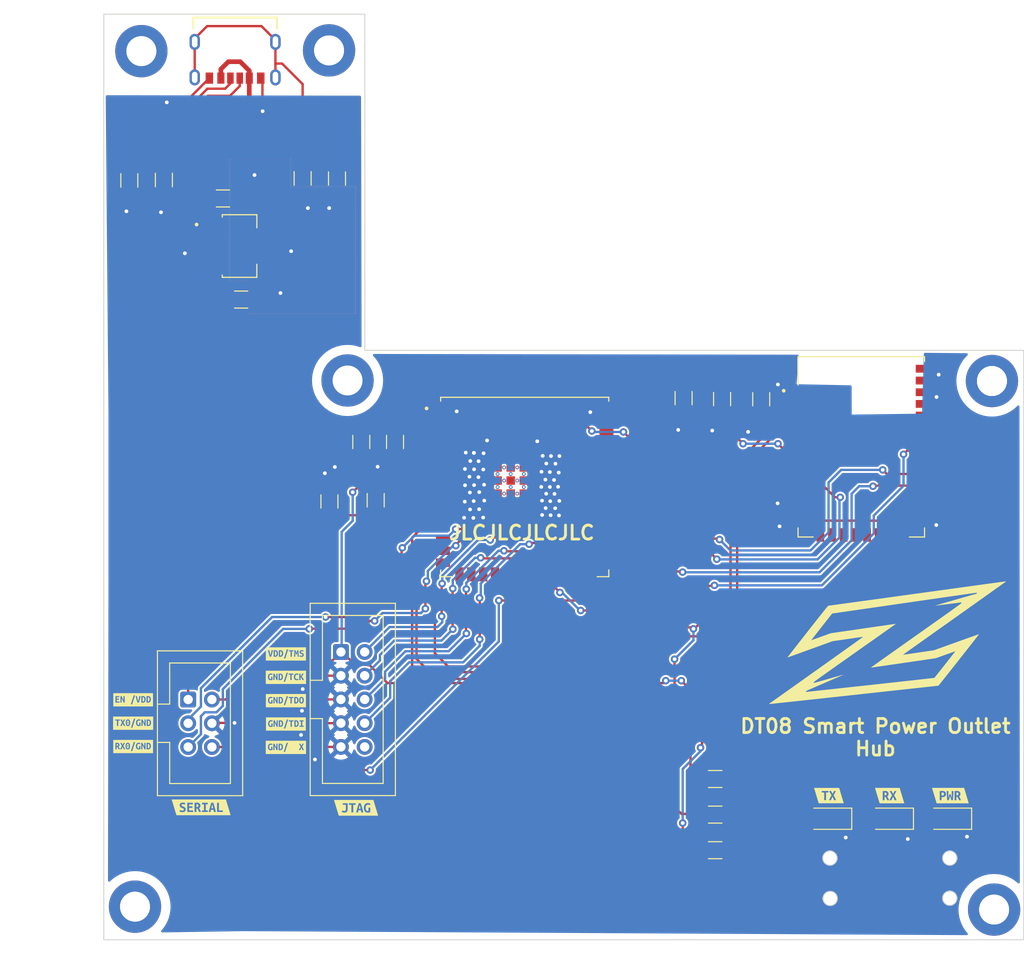
<source format=kicad_pcb>
(kicad_pcb (version 20221018) (generator pcbnew)
  (layers (0 "F.Cu" signal) (31 "B.Cu" signal) (34 "B.Paste" user) (35 "F.Paste" user) (36 "B.SilkS" user "B.Silkscreen") (37 "F.SilkS" user "F.Silkscreen") (38 "B.Mask" user) (39 "F.Mask" user) (44 "Edge.Cuts" user))
  (net 0 "")
  (net 1 "en")
  (net 2 "GND")
  (net 3 "tx0")
  (net 4 "rx0")
  (net 5 "IO0")
  (net 6 "tms")
  (net 7 "tck")
  (net 8 "tdo")
  (net 9 "tdi")
  (net 10 "Net-(D1-A)")
  (net 11 "xbee_tx")
  (net 12 "xbee_rx")
  (net 15 "xbee_rst")
  (net 16 "xbee_rts")
  (net 21 "xbee_cts")
  (net 25 "xbee_dtr")
  (net 26 "xbee_on")
  (net 29 "/5V")
  (net 30 "/CC1")
  (net 31 "/CC2")
  (net 32 "/SHIELD")
  (net 33 "VDD")
  (net 34 "Net-(D2-A)")
  (net 35 "Net-(D3-A)")
  (footprint "Resistor_SMD:R_1206_3216Metric_Pad1.30x1.75mm_HandSolder" (layer "F.Cu") (at 97.24 55.84 -90)
    (fp_text reference "R4" hide)
    (fp_text value "5.1K")
  )
  (footprint "kibuzzard-6423A4AE" (layer "F.Cu") (at 110.3 116.57)
    (fp_text reference "kibuzzard-6423A4AE" hide)
    (fp_text value "G***" hide)
  )
  (footprint "kibuzzard-64223022" (layer "F.Cu") (at 93.95 111.48)
    (fp_text reference "kibuzzard-64223022" hide)
    (fp_text value "G***" hide)
  )
  (footprint "zlogo" (layer "F.Cu") (at 174.665 105.35)
    (fp_text reference "G***" hide)
    (fp_text value "LOGO" hide)
  )
  (footprint "Capacitor_SMD:C_1206_3216Metric_Pad1.33x1.80mm_HandSolder" (layer "F.Cu") (at 103.5625 57.82)
    (fp_text reference "C2" hide)
    (fp_text value "4.7uF")
  )
  (footprint "" (layer "F.Cu") (at 185.87 77.36)
    (fp_text reference "")
    (fp_text value "")
  )
  (footprint "Resistor_SMD:R_1206_3216Metric_Pad1.30x1.75mm_HandSolder" (layer "F.Cu") (at 119.91 90.12 -90)
    (fp_text reference "R2" hide)
    (fp_text value "10k")
  )
  (footprint "kibuzzard-64223004" (layer "F.Cu") (at 93.95 113.98)
    (fp_text reference "kibuzzard-64223004" hide)
    (fp_text value "G***" hide)
  )
  (footprint "SnapEDA Library:GCT_USB4125-GF-A-0190_REVA2" (layer "F.Cu") (at 104.86 41.86 180)
    (fp_text reference "J1" hide)
    (fp_text value "USB4125-GF-A-0190_REVA2")
  )
  (footprint "" (layer "F.Cu") (at 186.1 133.93)
    (fp_text reference "" hide)
    (fp_text value "")
  )
  (footprint "Resistor_SMD:R_1206_3216Metric_Pad1.30x1.75mm_HandSolder" (layer "F.Cu") (at 156.25 119.955)
    (fp_text reference "R9" hide)
    (fp_text value "60")
  )
  (footprint "kibuzzard-6423A4C5" (layer "F.Cu") (at 110.3 109.07)
    (fp_text reference "kibuzzard-6423A4C5" hide)
    (fp_text value "G***" hide)
  )
  (footprint "" (layer "F.Cu") (at 94.83 42.05)
    (fp_text reference "" hide)
    (fp_text value "")
  )
  (footprint "MountingHole:MountingHole_3.2mm_M3_DIN965_Pad_TopBottom" (layer "F.Cu") (at 94.83 42.05)
    (fp_text reference "REF**" hide)
    (fp_text value "MountingHole_3.2mm_M3_DIN965_Pad_TopBottom" hide)
  )
  (footprint "Resistor_SMD:R_1206_3216Metric_Pad1.30x1.75mm_HandSolder" (layer "F.Cu") (at 112.09 55.665 -90)
    (fp_text reference "R1" hide)
    (fp_text value "1M")
  )
  (footprint "MountingHole:MountingHole_3.2mm_M3_DIN965_Pad_TopBottom" (layer "F.Cu") (at 94.15 133.62)
    (fp_text reference "REF**" hide)
    (fp_text value "MountingHole_3.2mm_M3_DIN965_Pad_TopBottom" hide)
  )
  (footprint "MountingHole:MountingHole_3.2mm_M3_DIN965_Pad_TopBottom" (layer "F.Cu") (at 186.1 133.93)
    (fp_text reference "REF**" hide)
    (fp_text value "MountingHole_3.2mm_M3_DIN965_Pad_TopBottom" hide)
  )
  (footprint "" (layer "F.Cu") (at 114.92 41.97)
    (fp_text reference "" hide)
    (fp_text value "")
  )
  (footprint "kibuzzard-6423A5A6" (layer "F.Cu") (at 174.92 121.73)
    (fp_text reference "kibuzzard-6423A5A6" hide)
    (fp_text value "G***" hide)
  )
  (footprint "Resistor_SMD:R_1206_3216Metric_Pad1.30x1.75mm_HandSolder" (layer "F.Cu") (at 93.54 55.89 -90)
    (fp_text reference "R3" hide)
    (fp_text value "5.1K")
  )
  (footprint "kibuzzard-6423A4B6" (layer "F.Cu") (at 110.3 114.07)
    (fp_text reference "kibuzzard-6423A4B6" hide)
    (fp_text value "G***" hide)
  )
  (footprint "kibuzzard-6423A4A2" (layer "F.Cu") (at 117.81 123.04)
    (fp_text reference "kibuzzard-6423A4A2" hide)
    (fp_text value "G***" hide)
  )
  (footprint "kibuzzard-6423A409" (layer "F.Cu") (at 101.23 122.99)
    (fp_text reference "kibuzzard-6423A409" hide)
    (fp_text value "G***" hide)
  )
  (footprint "" (layer "F.Cu") (at 185.87 77.36)
    (fp_text reference "")
    (fp_text value "")
  )
  (footprint "Capacitor_SMD:C_1206_3216Metric_Pad1.33x1.80mm_HandSolder" (layer "F.Cu") (at 114.96 90.25 90)
    (fp_text reference "C1" hide)
    (fp_text value "1uF")
  )
  (footprint "kibuzzard-6423A486" (layer "F.Cu") (at 110.3 106.57)
    (fp_text reference "kibuzzard-6423A486" hide)
    (fp_text value "G***" hide)
  )
  (footprint "kibuzzard-6422303A" (layer "F.Cu") (at 93.95 116.48)
    (fp_text reference "kibuzzard-6422303A" hide)
    (fp_text value "G***" hide)
  )
  (footprint "Resistor_SMD:R_1206_3216Metric_Pad1.30x1.75mm_HandSolder" (layer "F.Cu") (at 156.25 127.575)
    (fp_text reference "R8" hide)
    (fp_text value "60")
  )
  (footprint "kibuzzard-6423A4BC" (layer "F.Cu") (at 110.3 111.57)
    (fp_text reference "kibuzzard-6423A4BC" hide)
    (fp_text value "G***" hide)
  )
  (footprint "LED_SMD:LED_1206_3216Metric_Pad1.42x1.75mm_HandSolder" (layer "F.Cu") (at 175.009 124.206 180)
    (fp_text reference "D1" hide)
    (fp_text value "LED")
  )
  (footprint "Capacitor_SMD:C_1206_3216Metric_Pad1.33x1.80mm_HandSolder" (layer "F.Cu") (at 156.985 79.29 -90)
    (fp_text reference "C7" hide)
    (fp_text value "0.1uF")
  )
  (footprint "Capacitor_SMD:C_1206_3216Metric_Pad1.33x1.80mm_HandSolder" (layer "F.Cu") (at 121.98 83.88 -90)
    (fp_text reference "C4" hide)
    (fp_text value "0.1uF")
  )
  (footprint "MountingHole:MountingHole_3.2mm_M3_DIN965_Pad_TopBottom" (layer "F.Cu") (at 116.9 77.3)
    (fp_text reference "REF**" hide)
    (fp_text value "MountingHole_3.2mm_M3_DIN965_Pad_TopBottom" hide)
  )
  (footprint "Connector_IDC:IDC-Header_2x05_P2.54mm_Vertical" (layer "F.Cu") (at 116.19 106.359149)
    (fp_text reference "J2" hide)
    (fp_text value "Conn_02x05_Odd_Even")
  )
  (footprint "LED_SMD:LED_1206_3216Metric_Pad1.42x1.75mm_HandSolder" (layer "F.Cu") (at 168.405 124.206 180)
    (fp_text reference "D2" hide)
    (fp_text value "LED")
  )
  (footprint "MountingHole:MountingHole_3.2mm_M3_DIN965_Pad_TopBottom" (layer "F.Cu") (at 185.87 77.36)
    (fp_text reference "REF**" hide)
    (fp_text value "MountingHole_3.2mm_M3_DIN965_Pad_TopBottom" hide)
  )
  (footprint "" (layer "F.Cu") (at 94.15 133.62)
    (fp_text reference "" hide)
    (fp_text value "")
  )
  (footprint "lightpipe:lightpipe" (layer "F.Cu") (at 166.881 122.555)
    (fp_text reference "REF**" hide)
    (fp_text value "lightpipe" hide)
  )
  (footprint "Capacitor_SMD:C_1206_3216Metric_Pad1.33x1.80mm_HandSolder" (layer "F.Cu") (at 161.175 79.31 -90)
    (fp_text reference "C8" hide)
    (fp_text value "8.2pF")
  )
  (footprint "kibuzzard-6423A5A2" (layer "F.Cu") (at 168.42 121.73)
    (fp_text reference "kibuzzard-6423A5A2" hide)
    (fp_text value "G***" hide)
  )
  (footprint "" (layer "F.Cu") (at 185.87 77.36)
    (fp_text reference "" hide)
    (fp_text value "")
  )
  (footprint "MountingHole:MountingHole_3.2mm_M3_DIN965_Pad_TopBottom" (layer "F.Cu") (at 114.92 41.97)
    (fp_text reference "REF**" hide)
    (fp_text value "MountingHole_3.2mm_M3_DIN965_Pad_TopBottom" hide)
  )
  (footprint "Capacitor_SMD:C_1206_3216Metric_Pad1.33x1.80mm_HandSolder" (layer "F.Cu") (at 115.77 55.685 -90)
    (fp_text reference "C9" hide)
    (fp_text value "4.7nF")
  )
  (footprint "LED_SMD:LED_1206_3216Metric_Pad1.42x1.75mm_HandSolder" (layer "F.Cu") (at 181.235 124.206 180)
    (fp_text reference "D3" hide)
    (fp_text value "LED")
  )
  (footprint "SnapEDA Library:SOT230P700X180-4N" (layer "F.Cu") (at 105.34 62.91)
    (fp_text reference "U2" hide)
    (fp_text value "MCP1825S-3302E/DB")
  )
  (footprint "Capacitor_SMD:C_1206_3216Metric_Pad1.33x1.80mm_HandSolder" (layer "F.Cu") (at 105.51 68.64)
    (fp_text reference "C5" hide)
    (fp_text value "1uF" hide)
  )
  (footprint "kibuzzard-6423A5AD" (layer "F.Cu") (at 181.42 121.73)
    (fp_text reference "kibuzzard-6423A5AD" hide)
    (fp_text value "G***" hide)
  )
  (footprint "Connector_IDC:IDC-Header_2x03_P2.54mm_Vertical" (layer "F.Cu") (at 99.84 111.45)
    (fp_text reference "J3" hide)
    (fp_text value "Conn_02x03_Odd_Even")
  )
  (footprint "Capacitor_SMD:C_1206_3216Metric_Pad1.33x1.80mm_HandSolder" (layer "F.Cu") (at 118.37 83.88 -90)
    (fp_text reference "C3" hide)
    (fp_text value "22uF")
  )
  (footprint "SnapEDA Library:XCVR_XB3-24Z8UM-J" (layer "F.Cu") (at 171.885 84.4)
    (fp_text reference "U3" hide)
    (fp_text value "XB3-24Z8UM-J")
  )
  (footprint "Resistor_SMD:R_1206_3216Metric_Pad1.30x1.75mm_HandSolder" (layer "F.Cu") (at 156.25 123.765)
    (fp_text reference "R7" hide)
    (fp_text value "60")
  )
  (footprint "Capacitor_SMD:C_1206_3216Metric_Pad1.33x1.80mm_HandSolder" (layer "F.Cu") (at 152.865 79.19 -90)
    (fp_text reference "C6" hide)
    (fp_text value "10uF")
  )
  (footprint "SnapEDA Library:XCVR_ESP32-S3-WROOM-1U" (layer "F.Cu") (at 135.86 88.7)
    (fp_text reference "U1" hide)
    (fp_text value "ESP32-S3-WROOM-1U-N16R8")
  )
  (gr_line (start 189.27 74.07) (end 118.745 74.07) (stroke (width 0.1)) (layer "Edge.Cuts"))
  (gr_circle (center 168.556091 132.7404) (end 169.318091 132.7912) (stroke (width 0.1)) (fill none) (layer "Edge.Cuts"))
  (gr_circle (center 181.356 132.715) (end 182.118 132.7658) (stroke (width 0.1)) (fill none) (layer "Edge.Cuts"))
  (gr_circle (center 181.356 128.4224) (end 182.118 128.4732) (stroke (width 0.1)) (fill none) (layer "Edge.Cuts"))
  (gr_line (start 189.27 137.16) (end 90.805 137.16) (stroke (width 0.1)) (layer "Edge.Cuts"))
  (gr_line (start 189.27 74.07) (end 189.27 137.16) (stroke (width 0.1)) (layer "Edge.Cuts"))
  (gr_line (start 90.805 137.16) (end 90.805 38.1) (stroke (width 0.1)) (layer "Edge.Cuts"))
  (gr_circle (center 168.529 128.4224) (end 169.291 128.4732) (stroke (width 0.1)) (fill none) (layer "Edge.Cuts"))
  (gr_line (start 118.745 38.1) (end 90.805 38.1) (stroke (width 0.1)) (layer "Edge.Cuts"))
  (gr_line (start 118.745 74.07) (end 118.745 38.1) (stroke (width 0.1)) (layer "Edge.Cuts"))
  (gr_text "DT08 Smart Power Outlet\nHub" (at 173.395 115.51) (layer "F.SilkS") (effects (font (size 1.5 1.5) (thickness 0.3))))
  (gr_text "JLCJLCJLCJLC" (at 135.58275 93.6) (layer "F.SilkS") (effects (font (size 1.5 1.5) (thickness 0.3))))
  (segment (start 119.7675 91.725) (end 119.91 91.5825) (width 0.25) (layer "F.Cu") (net 1))
  (segment (start 125.115 82.795) (end 127.11775 82.795) (width 0.25) (layer "F.Cu") (net 1))
  (segment (start 124.94 86.6) (end 124.94 82.97) (width 0.25) (layer "F.Cu") (net 1))
  (segment (start 99.84 111.45) (end 99.84 104.89) (width 0.25) (layer "F.Cu") (net 1))
  (segment (start 119.9575 91.5825) (end 124.94 86.6) (width 0.25) (layer "F.Cu") (net 1))
  (segment (start 124.94 82.97) (end 125.115 82.795) (width 0.25) (layer "F.Cu") (net 1))
  (segment (start 113.005 91.725) (end 119.7675 91.725) (width 0.25) (layer "F.Cu") (net 1))
  (segment (start 119.91 91.5825) (end 119.9575 91.5825) (width 0.25) (layer "F.Cu") (net 1))
  (segment (start 99.84 104.89) (end 113.005 91.725) (width 0.25) (layer "F.Cu") (net 1))
  (segment (start 178.4382 92.30448) (end 179.44448 92.30448) (width 0.25) (layer "F.Cu") (net 2))
  (segment (start 161.175 80.785) (end 161.175 81.395) (width 0.25) (layer "F.Cu") (net 2))
  (segment (start 116.19 116.519149) (end 114.760851 116.519149) (width 0.25) (layer "F.Cu") (net 2))
  (segment (start 163.74552 92.30448) (end 163.14 92.91) (width 0.25) (layer "F.Cu") (net 2))
  (segment (start 178.4382 76.0434) (end 179.5334 76.0434) (width 0.25) (layer "F.Cu") (net 2))
  (segment (start 112.09 57.1275) (end 112.09 58.29) (width 0.25) (layer "F.Cu") (net 2))
  (segment (start 114.760851 116.519149) (end 113.41 117.87) (width 0.25) (layer "F.Cu") (net 2))
  (segment (start 109.02 68.64) (end 109.72 67.94) (width 0.25) (layer "F.Cu") (net 2))
  (segment (start 137.78275 84.39275) (end 137.2 83.81) (width 0.25) (layer "F.Cu") (net 2))
  (segment (start 113.180851 113.979149) (end 116.19 113.979149) (width 0.25) (layer "F.Cu") (net 2))
  (segment (start 163.57488 89.80512) (end 162.93 90.45) (width 0.25) (layer "F.Cu") (net 2))
  (segment (start 118.37 85.355) (end 116.745 85.355) (width 0.25) (layer "F.Cu") (net 2))
  (segment (start 107.0725 68.64) (end 109.02 68.64) (width 0.25) (layer "F.Cu") (net 2))
  (segment (start 178.4382 78.558) (end 179.428 78.558) (width 0.25) (layer "F.Cu") (net 2))
  (segment (start 121.98 85.355) (end 121.295 85.355) (width 0.25) (layer "F.Cu") (net 2))
  (segment (start 131.46 84.09) (end 131.83 83.72) (width 0.25) (layer "F.Cu") (net 2))
  (segment (start 163.788 78.558) (end 165.3318 78.558) (width 0.25) (layer "F.Cu") (net 2))
  (segment (start 100.27 62.91) (end 99.49 63.69) (width 0.25) (layer "F.Cu") (net 2))
  (segment (start 131.46 85.09) (end 131.46 84.09) (width 0.25) (layer "F.Cu") (net 2))
  (segment (start 179.5334 76.0434) (end 180.17 76.68) (width 0.25) (layer "F.Cu") (net 2))
  (segment (start 179.303 78.558) (end 178.4382 78.558) (width 0.25) (layer "F.Cu") (net 2))
  (segment (start 107.61 44.94) (end 107.79 45.12) (width 0.25) (layer "F.Cu") (net 2))
  (segment (start 108.365 62.91) (end 110.31 62.91) (width 0.25) (layer "F.Cu") (net 2))
  (segment (start 176.409 125.929) (end 176.86 126.38) (width 0.25) (layer "F.Cu") (net 2))
  (segment (start 179.44448 92.30448) (end 179.91 92.77) (width 0.25) (layer "F.Cu") (net 2))
  (segment (start 143.315 80.255) (end 142.88 80.69) (width 0.25) (layer "F.Cu") (net 2))
  (segment (start 114.96 88.775) (end 114.96 87.72) (width 0.25) (layer "F.Cu") (net 2))
  (segment (start 156.985 80.765) (end 156.985 81.605) (width 0.25) (layer "F.Cu") (net 2))
  (segment (start 105.125 57.82) (end 105.125 57.125) (width 0.25) (layer "F.Cu") (net 2))
  (segment (start 176.409 124.206) (end 176.409 125.929) (width 0.25) (layer "F.Cu") (net 2))
  (segment (start 169.805 125.805) (end 170.22 126.22) (width 0.25) (layer "F.Cu") (net 2))
  (segment (start 102.449149 113.939149) (end 102.46 113.95) (width 0.25) (layer "F.Cu") (net 2))
  (segment (start 112.09 58.29) (end 112.65 58.85) (width 0.25) (layer "F.Cu") (net 2))
  (segment (start 112.02 112.65) (end 113.230851 111.439149) (width 0.25) (layer "F.Cu") (net 2))
  (segment (start 102.315 62.91) (end 100.27 62.91) (width 0.25) (layer "F.Cu") (net 2))
  (segment (start 113.530851 108.899149) (end 116.19 108.899149) (width 0.25) (layer "F.Cu") (net 2))
  (segment (start 115.77 57.16) (end 115.77 58.01) (width 0.25) (layer "F.Cu") (net 2))
  (segment (start 97.55 47.53) (end 99.52 47.53) (width 0.25) (layer "F.Cu") (net 2))
  (segment (start 152.865 82.015) (end 152.29 82.59) (width 0.25) (layer "F.Cu") (net 2))
  (segment (start 114.96 87.72) (end 114.47 87.23) (width 0.25) (layer "F.Cu") (net 2))
  (segment (start 152.865 80.665) (end 152.865 82.015) (width 0.25) (layer "F.Cu") (net 2))
  (segment (start 110.31 62.91) (end 110.86 63.46) (width 0.25) (layer "F.Cu") (net 2))
  (segment (start 178.4382 76.0434) (end 179.4121 76.0434) (width 0.25) (layer "F.Cu") (net 2))
  (segment (start 127.11775 80.255) (end 128.225 80.255) (width 0.25) (layer "F.Cu") (net 2))
  (segment (start 165.3318 92.30448) (end 163.74552 92.30448) (width 0.25) (layer "F.Cu") (net 2))
  (segment (start 97.24 58.99) (end 96.93 59.3) (width 0.25) (layer "F.Cu") (net 2))
  (segment (start 112.1 110.33) (end 113.530851 108.899149) (width 0.25) (layer "F.Cu") (net 2))
  (segment (start 99.52 47.53) (end 102.11 44.94) (width 0.25) (layer "F.Cu") (net 2))
  (segment (start 111.92 115.24) (end 113.180851 113.979149) (width 0.25) (layer "F.Cu") (net 2))
  (segment (start 105.125 57.125) (end 106.94 55.31) (width 0.25) (layer "F.Cu") (net 2))
  (segment (start 93.54 58.88) (end 93.23 59.19) (width 0.25) (layer "F.Cu") (net 2))
  (segment (start 116.745 85.355) (end 115.54 86.56) (width 0.25) (layer "F.Cu") (net 2))
  (segment (start 161.175 81.395) (end 159.77 82.8) (width 0.25) (layer "F.Cu") (net 2))
  (segment (start 128.225 80.255) (end 128.58 80.61) (width 0.25) (layer "F.Cu") (net 2))
  (segment (start 97.24 57.3025) (end 97.24 58.99) (width 0.25) (layer "F.Cu") (net 2))
  (segment (start 156.985 81.605) (end 155.93 82.66) (width 0.25) (layer "F.Cu") (net 2))
  (segment (start 165.3318 92.30448) (end 178.4382 92.30448) (width 0.25) (layer "F.Cu") (net 2))
  (segment (start 179.428 78.558) (end 179.94 79.07) (width 0.25) (layer "F.Cu") (net 2))
  (segment (start 182.635 125.565) (end 183.2 126.13) (width 0.25) (layer "F.Cu") (net 2))
  (segment (start 121.295 85.355) (end 120.12 86.53) (width 0.25) (layer "F.Cu") (net 2))
  (segment (start 102.46 113.95) (end 104.81 113.95) (width 0.25) (layer "F.Cu") (net 2))
  (segment (start 107.79 48.46) (end 107.81 48.48) (width 0.25) (layer "F.Cu") (net 2))
  (segment (start 165.3318 89.80512) (end 163.57488 89.80512) (width 0.25) (layer "F.Cu") (net 2))
  (segment (start 107.79 45.12) (end 107.79 48.46) (width 0.25) (layer "F.Cu") (net 2))
  (segment (start 182.635 124.206) (end 182.635 125.565) (width 0.25) (layer "F.Cu") (net 2))
  (segment (start 169.805 124.206) (end 169.805 125.805) (width 0.25) (layer "F.Cu") (net 2))
  (segment (start 137.78275 85.37) (end 137.78275 84.39275) (width 0.25) (layer "F.Cu") (net 2))
  (segment (start 115.77 58.01) (end 114.93 58.85) (width 0.25) (layer "F.Cu") (net 2))
  (segment (start 93.54 57.3525) (end 93.54 58.88) (width 0.25) (layer "F.Cu") (net 2))
  (segment (start 113.230851 111.439149) (end 116.19 111.439149) (width 0.25) (layer "F.Cu") (net 2))
  (segment (start 162.96 77.73) (end 163.788 78.558) (width 0.25) (layer "F.Cu") (net 2))
  (segment (start 144.61775 80.255) (end 143.315 80.255) (width 0.25) (layer "F.Cu") (net 2))
  (via (at 130.40275 90.21) (size 0.8) (drill 0.4) (layers "F.Cu" "B.Cu") (net 2))
  (via (at 138.59275 90.22) (size 0.8) (drill 0.4) (layers "F.Cu" "B.Cu") (net 2))
  (via (at 131.41275 91.97) (size 0.8) (drill 0.4) (layers "F.Cu" "B.Cu") (net 2))
  (via (at 97.55 47.53) (size 0.8) (drill 0.4) (layers "F.Cu" "B.Cu") (net 2))
  (via (at 109.72 67.94) (size 0.8) (drill 0.4) (layers "F.Cu" "B.Cu") (net 2))
  (via (at 96.93 59.3) (size 0.8) (drill 0.4) (layers "F.Cu" "B.Cu") (net 2))
  (via (at 139.43275 88.68) (size 0.8) (drill 0.4) (layers "F.Cu" "B.Cu") (net 2))
  (via (at 139.53275 91.75) (size 0.8) (drill 0.4) (layers "F.Cu" "B.Cu") (net 2))
  (via (at 112.1 110.33) (size 0.8) (drill 0.4) (layers "F.Cu" "B.Cu") (net 2))
  (via (at 138.55275 88.7) (size 0.8) (drill 0.4) (layers "F.Cu" "B.Cu") (net 2))
  (via (at 111.92 115.24) (size 0.8) (drill 0.4) (layers "F.Cu" "B.Cu") (net 2))
  (via (at 130.44275 88.5) (size 0.8) (drill 0.4) (layers "F.Cu" "B.Cu") (net 2))
  (via (at 139.15275 86.21) (size 0.8) (drill 0.4) (layers "F.Cu" "B.Cu") (net 2))
  (via (at 179.94 79.07) (size 0.8) (drill 0.4) (layers "F.Cu" "B.Cu") (net 2))
  (via (at 114.93 58.85) (size 0.8) (drill 0.4) (layers "F.Cu" "B.Cu") (net 2))
  (via (at 139.05275 89.44) (size 0.8) (drill 0.4) (layers "F.Cu" "B.Cu") (net 2))
  (via (at 129.99275 89.29) (size 0.8) (drill 0.4) (layers "F.Cu" "B.Cu") (net 2))
  (via (at 137.71275 90.16) (size 0.8) (drill 0.4) (layers "F.Cu" "B.Cu") (net 2))
  (via (at 99.49 63.69) (size 0.8) (drill 0.4) (layers "F.Cu" "B.Cu") (net 2))
  (via (at 162.93 90.45) (size 0.8) (drill 0.4) (layers "F.Cu" "B.Cu") (net 2))
  (via (at 106.94 55.31) (size 0.8) (drill 0.4) (layers "F.Cu" "B.Cu") (net 2))
  (via (at 130.42 85.05) (size 0.8) (drill 0.4) (layers "F.Cu" "B.Cu") (net 2))
  (via (at 130.03275 85.92) (size 0.8) (drill 0.4) (layers "F.Cu" "B.Cu") (net 2))
  (via (at 162.96 77.73) (size 0.8) (drill 0.4) (layers "F.Cu" "B.Cu") (net 2))
  (via (at 138.67275 85.39) (size 0.8) (drill 0.4) (layers "F.Cu" "B.Cu") (net 2))
  (via (at 130.44275 86.81) (size 0.8) (drill 0.4) (layers "F.Cu" "B.Cu") (net 2))
  (via (at 114.47 87.23) (size 0.8) (drill 0.4) (layers "F.Cu" "B.Cu") (net 2))
  (via (at 139.12275 90.98) (size 0.8) (drill 0.4) (layers "F.Cu" "B.Cu") (net 2))
  (via (at 138.63275 91.72) (size 0.8) (drill 0.4) (layers "F.Cu" "B.Cu") (net 2))
  (via (at 112.65 58.85) (size 0.8) (drill 0.4) (layers "F.Cu" "B.Cu") (net 2))
  (via (at 137.72275 91.7) (size 0.8) (drill 0.4) (layers "F.Cu" "B.Cu") (net 2))
  (via (at 129.47275 88.52) (size 0.8) (drill 0.4) (layers "F.Cu" "B.Cu") (net 2))
  (via (at 142.88 80.69) (size 0.8) (drill 0.4) (layers "F.Cu" "B.Cu") (net 2))
  (via (at 176.86 126.38) (size 0.8) (drill 0.4) (layers "F.Cu" "B.Cu") (net 2))
  (via (at 130.98275 91.08) (size 0.8) (drill 0.4) (layers "F.Cu" "B.Cu") (net 2))
  (via (at 129.55275 85.02) (size 0.8) (drill 0.4) (layers "F.Cu" "B.Cu") (net 2))
  (via (at 137.2 83.81) (size 0.8) (drill 0.4) (layers "F.Cu" "B.Cu") (net 2))
  (via (at 129.94275 87.6) (size 0.8) (drill 0.4) (layers "F.Cu" "B.Cu") (net 2))
  (via (at 155.93 82.66) (size 0.8) (drill 0.4) (layers "F.Cu" "B.Cu") (net 2))
  (via (at 112.02 112.65) (size 0.8) (drill 0.4) (layers "F.Cu" "B.Cu") (net 2))
  (via (at 130.42 85.05) (size 0.8) (drill 0.4) (layers "F.Cu" "B.Cu") (net 2))
  (via (at 104.81 113.95) (size 0.8) (drill 0.4) (layers "F.Cu" "B.Cu") (net 2))
  (via (at 110.86 63.46) (size 0.8) (drill 0.4) (layers "F.Cu" "B.Cu") (net 2))
  (via (at 138.16275 89.42) (size 0.8) (drill 0.4) (layers "F.Cu" "B.Cu") (net 2))
  (via (at 131.83 83.72) (size 0.8) (drill 0.4) (layers "F.Cu" "B.Cu") (net 2))
  (via (at 159.77 82.8) (size 0.8) (drill 0.4) (layers "F.Cu" "B.Cu") (net 2))
  (via (at 131.42275 86.83) (size 0.8) (drill 0.4) (layers "F.Cu" "B.Cu") (net 2))
  (via (at 130.90275 87.65) (size 0.8) (drill 0.4) (layers "F.Cu" "B.Cu") (net 2))
  (via (at 139.56275 90.19) (size 0.8) (drill 0.4) (layers "F.Cu" "B.Cu") (net 2))
  (via (at 137.65275 87.07) (size 0.8) (drill 0.4) (layers "F.Cu" "B.Cu") (net 2))
  (via (at 113.41 117.87) (size 0.8) (drill 0.4) (layers "F.Cu" "B.Cu") (net 2))
  (via (at 138.10275 90.96) (size 0.8) (drill 0.4) (layers "F.Cu" "B.Cu") (net 2))
  (via (at 152.29 82.59) (size 0.8) (drill 0.4) (layers "F.Cu" "B.Cu") (net 2))
  (via (at 120.12 86.53) (size 0.8) (drill 0.4) (layers "F.Cu" "B.Cu") (net 2))
  (via (at 180.17 76.68) (size 0.8) (drill 0.4) (layers "F.Cu" "B.Cu") (net 2))
  (via (at 139.57275 85.39) (size 0.8) (drill 0.4) (layers "F.Cu" "B.Cu") (net 2))
  (via (at 183.2 126.13) (size 0.8) (drill 0.4) (layers "F.Cu" "B.Cu") (net 2))
  (via (at 137.78275 85.37) (size 0.8) (drill 0.4) (layers "F.Cu" "B.Cu") (net 2))
  (via (at 107.81 48.48) (size 0.8) (drill 0.4) (layers "F.Cu" "B.Cu") (net 2))
  (via (at 131.53275 90.16) (size 0.8) (drill 0.4) (layers "F.Cu" "B.Cu") (net 2))
  (via (at 130.36275 92.01) (size 0.8) (drill 0.4) (layers "F.Cu" "B.Cu") (net 2))
  (via (at 163.14 92.91) (size 0.8) (drill 0.4) (layers "F.Cu" "B.Cu") (net 2))
  (via (at 138.07275 87.91) (size 0.8) (drill 0.4) (layers "F.Cu" "B.Cu") (net 2))
  (via (at 129.37275 91.99) (size 0.8) (drill 0.4) (layers "F.Cu" "B.Cu") (net 2))
  (via (at 138.55275 87.1) (size 0.8) (drill 0.4) (layers "F.Cu" "B.Cu") (net 2))
  (via (at 130.99275 89.25) (size 0.8) (drill 0.4) (layers "F.Cu" "B.Cu") (net 2))
  (via (at 128.58 80.61) (size 0.8) (drill 0.4) (layers "F.Cu" "B.Cu") (net 2))
  (via (at 170.22 126.22) (size 0.8) (drill 0.4) (layers "F.Cu" "B.Cu") (net 2))
  (via (at 139.00275 87.95) (size 0.8) (drill 0.4) (layers "F.Cu" "B.Cu") (net 2))
  (via (at 130.92275 85.94) (size 0.8) (drill 0.4) (layers "F.Cu" "B.Cu") (net 2))
  (via (at 129.46275 86.77) (size 0.8) (drill 0.4) (layers "F.Cu" "B.Cu") (net 2))
  (via (at 131.51275 88.46) (size 0.8) (drill 0.4) (layers "F.Cu" "B.Cu") (net 2))
  (via (at 129.44275 90.27) (size 0.8) (drill 0.4) (layers "F.Cu" "B.Cu") (net 2))
  (via (at 179.91 92.77) (size 0.8) (drill 0.4) (layers "F.Cu" "B.Cu") (net 2))
  (via (at 130.01275 91.1) (size 0.8) (drill 0.4) (layers "F.Cu" "B.Cu") (net 2))
  (via (at 131.46 85.09) (size 0.8) (drill 0.4) (layers "F.Cu" "B.Cu") (net 2))
  (via (at 139.50275 87.16) (size 0.8) (drill 0.4) (layers "F.Cu" "B.Cu") (net 2))
  (via (at 138.17275 86.19) (size 0.8) (drill 0.4) (layers "F.Cu" "B.Cu") (net 2))
  (via (at 115.54 86.56) (size 0.8) (drill 0.4) (layers "F.Cu" "B.Cu") (net 2))
  (via (at 93.23 59.19) (size 0.8) (drill 0.4) (layers "F.Cu" "B.Cu") (net 2))
  (via (at 137.63275 88.69) (size 0.8) (drill 0.4) (layers "F.Cu" "B.Cu") (net 2))
  (segment (start 162.96 77.73) (end 163.703 78.473) (width 0.25) (layer "B.Cu") (net 2))
  (segment (start 140.86275 92.92) (end 140.86275 86.82) (width 0.25) (layer "F.Cu") (net 3))
  (segment (start 122.68 95.39) (end 122.76 95.31) (width 0.25) (layer "F.Cu") (net 3))
  (segment (start 118.9 102.129149) (end 119.660851 102.129149) (width 0.25) (layer "F.Cu") (net 3))
  (segment (start 119.660851 102.129149) (end 122.68 99.11) (width 0.25) (layer "F.Cu") (net 3))
  (segment (start 122.68 99.11) (end 122.68 95.39) (width 0.25) (layer "F.Cu") (net 3))
  (segment (start 140.58275 93.2) (end 140.86275 92.92) (width 0.25) (layer "F.Cu") (net 3))
  (segment (start 118.41 102.619149) (end 114.55 102.619149) (width 0.25) (layer "F.Cu") (net 3))
  (segment (start 118.9 102.129149) (end 118.41 102.619149) (width 0.25) (layer "F.Cu") (net 3))
  (segment (start 143.61775 84.065) (end 144.61775 84.065) (width 0.25) (layer "F.Cu") (net 3))
  (segment (start 122.76 95.31) (end 122.76 95.21) (width 0.25) (layer "F.Cu") (net 3))
  (segment (start 128.467252 93.21) (end 128.477252 93.2) (width 0.25) (layer "F.Cu") (net 3))
  (segment (start 128.477252 93.2) (end 140.58275 93.2) (width 0.25) (layer "F.Cu") (net 3))
  (segment (start 140.86275 86.82) (end 143.61775 84.065) (width 0.25) (layer "F.Cu") (net 3))
  (via (at 128.467252 93.21) (size 0.8) (drill 0.4) (layers "F.Cu" "B.Cu") (net 3))
  (via (at 114.55 102.619149) (size 0.8) (drill 0.4) (layers "F.Cu" "B.Cu") (net 3))
  (via (at 122.76 95.21) (size 0.8) (drill 0.4) (layers "F.Cu" "B.Cu") (net 3))
  (segment (start 101.205 112.205) (end 101.205 110.235) (width 0.25) (layer "B.Cu") (net 3))
  (segment (start 99.84 113.99) (end 99.84 113.57) (width 0.25) (layer "B.Cu") (net 3))
  (segment (start 124.06 93.91) (end 122.76 95.21) (width 0.25) (layer "B.Cu") (net 3))
  (segment (start 108.820851 102.619149) (end 114.55 102.619149) (width 0.25) (layer "B.Cu") (net 3))
  (segment (start 127.767252 93.91) (end 124.06 93.91) (width 0.25) (layer "B.Cu") (net 3))
  (segment (start 128.467252 93.21) (end 127.767252 93.91) (width 0.25) (layer "B.Cu") (net 3))
  (segment (start 101.205 110.235) (end 108.820851 102.619149) (width 0.25) (layer "B.Cu") (net 3))
  (segment (start 99.84 113.57) (end 101.205 112.205) (width 0.25) (layer "B.Cu") (net 3))
  (segment (start 112.92 103.779149) (end 112.91 103.779149) (width 0.25) (layer "F.Cu") (net 4))
  (segment (start 125.23 98.89825) (end 125.3455 98.78275) (width 0.25) (layer "F.Cu") (net 4))
  (segment (start 112.91 103.779149) (end 112.8 103.889149) (width 0.25) (layer "F.Cu") (net 4))
  (segment (start 143.30775 85.335) (end 144.61775 85.335) (width 0.25) (layer "F.Cu") (net 4))
  (segment (start 118.45 103.869149) (end 113.01 103.869149) (width 0.25) (layer "F.Cu") (net 4))
  (segment (start 128.49 94.98) (end 128.49 94.89) (width 0.25) (layer "F.Cu") (net 4))
  (segment (start 140.769146 93.65) (end 141.31275 93.106396) (width 0.25) (layer "F.Cu") (net 4))
  (segment (start 119.29 103.029149) (end 118.45 103.869149) (width 0.25) (layer "F.Cu") (net 4))
  (segment (start 141.31275 87.33) (end 143.30775 85.335) (width 0.25) (layer "F.Cu") (net 4))
  (segment (start 113.01 103.869149) (end 112.92 103.779149) (width 0.25) (layer "F.Cu") (net 4))
  (segment (start 128.49 94.89) (end 129.73 93.65) (width 0.25) (layer "F.Cu") (net 4))
  (segment (start 125.23 101.72) (end 125.23 98.89825) (width 0.25) (layer "F.Cu") (net 4))
  (segment (start 119.8 103.029149) (end 119.29 103.029149) (width 0.25) (layer "F.Cu") (net 4))
  (segment (start 141.31275 93.106396) (end 141.31275 87.33) (width 0.25) (layer "F.Cu") (net 4))
  (segment (start 129.73 93.65) (end 140.769146 93.65) (width 0.25) (layer "F.Cu") (net 4))
  (via (at 119.8 103.029149) (size 0.8) (drill 0.4) (layers "F.Cu" "B.Cu") (net 4))
  (via (at 112.8 103.889149) (size 0.8) (drill 0.4) (layers "F.Cu" "B.Cu") (net 4))
  (via (at 128.49 94.98) (size 0.8) (drill 0.4) (layers "F.Cu" "B.Cu") (net 4))
  (via (at 125.23 101.72) (size 0.8) (drill 0.4) (layers "F.Cu" "B.Cu") (net 4))
  (via (at 125.3455 98.78275) (size 0.8) (drill 0.4) (layers "F.Cu" "B.Cu") (net 4))
  (segment (start 128.49 94.98) (end 128.2 94.98) (width 0.25) (layer "B.Cu") (net 4))
  (segment (start 110.001701 103.889149) (end 103.55 110.34085) (width 0.25) (layer "B.Cu") (net 4))
  (segment (start 103.555 110.835) (end 103.555 112.126701) (width 0.25) (layer "B.Cu") (net 4))
  (segment (start 103.55 110.34085) (end 103.55 110.83) (width 0.25) (layer "B.Cu") (net 4))
  (segment (start 125.23 101.72) (end 124.76 102.19) (width 0.25) (layer "B.Cu") (net 4))
  (segment (start 125.49 97.69) (end 125.49 98.78275) (width 0.25) (layer "B.Cu") (net 4))
  (segment (start 101.625 112.815) (end 101.205 113.235) (width 0.25) (layer "B.Cu") (net 4))
  (segment (start 103.55 110.83) (end 103.555 110.835) (width 0.25) (layer "B.Cu") (net 4))
  (segment (start 101.205 115.165) (end 99.84 116.53) (width 0.25) (layer "B.Cu") (net 4))
  (segment (start 124.76 102.19) (end 120.639149 102.19) (width 0.25) (layer "B.Cu") (net 4))
  (segment (start 112.8 103.889149) (end 110.001701 103.889149) (width 0.25) (layer "B.Cu") (net 4))
  (segment (start 120.639149 102.19) (end 119.8 103.029149) (width 0.25) (layer "B.Cu") (net 4))
  (segment (start 103.555 112.126701) (end 102.866701 112.815) (width 0.25) (layer "B.Cu") (net 4))
  (segment (start 128.2 94.98) (end 125.49 97.69) (width 0.25) (layer "B.Cu") (net 4))
  (segment (start 101.205 113.235) (end 101.205 115.165) (width 0.25) (layer "B.Cu") (net 4))
  (segment (start 102.866701 112.815) (end 101.625 112.815) (width 0.25) (layer "B.Cu") (net 4))
  (segment (start 144.61775 99.21225) (end 144.61775 96.765) (width 0.25) (layer "F.Cu") (net 5))
  (segment (start 134.4455 100.8545) (end 142.9755 100.8545) (width 0.25) (layer "F.Cu") (net 5))
  (segment (start 134.441 100.85) (end 134.4455 100.8545) (width 0.25) (layer "F.Cu") (net 5))
  (segment (start 103.240851 116.53) (end 110.050851 116.53) (width 0.25) (layer "F.Cu") (net 5))
  (segment (start 112.52 118.999149) (end 119.32 118.999149) (width 0.25) (layer "F.Cu") (net 5))
  (segment (start 110.050851 116.53) (end 112.52 118.999149) (width 0.25) (layer "F.Cu") (net 5))
  (segment (start 142.9755 100.8545) (end 144.61775 99.21225) (width 0.25) (layer "F.Cu") (net 5))
  (segment (start 133.09 100.85) (end 134.441 100.85) (width 0.25) (layer "F.Cu") (net 5))
  (via (at 133.09 100.85) (size 0.8) (drill 0.4) (layers "F.Cu" "B.Cu") (net 5))
  (via (at 119.32 118.999149) (size 0.8) (drill 0.4) (layers "F.Cu" "B.Cu") (net 5))
  (segment (start 133.09 105.229149) (end 119.32 118.999149) (width 0.25) (layer "B.Cu") (net 5))
  (segment (start 133.09 100.85) (end 133.09 105.229149) (width 0.25) (layer "B.Cu") (net 5))
  (segment (start 142.92775 86.605) (end 144.61775 86.605) (width 0.25) (layer "F.Cu") (net 6))
  (segment (start 126.97 99.09) (end 127.02 99.04) (width 0.25) (layer "F.Cu") (net 6))
  (segment (start 141.76275 87.77) (end 142.92775 86.605) (width 0.25) (layer "F.Cu") (net 6))
  (segment (start 140.955542 94.1) (end 141.76275 93.292792) (width 0.25) (layer "F.Cu") (net 6))
  (segment (start 126.97 102.54) (end 126.97 99.09) (width 0.25) (layer "F.Cu") (net 6))
  (segment (start 132.44725 94.1) (end 140.955542 94.1) (width 0.25) (layer "F.Cu") (net 6))
  (segment (start 141.76275 93.292792) (end 141.76275 87.77) (width 0.25) (layer "F.Cu") (net 6))
  (segment (start 132.17275 94.3745) (end 132.44725 94.1) (width 0.25) (layer "F.Cu") (net 6))
  (via (at 126.97 102.54) (size 0.8) (drill 0.4) (layers "F.Cu" "B.Cu") (net 6))
  (via (at 132.17275 94.3745) (size 0.8) (drill 0.4) (layers "F.Cu" "B.Cu") (net 6))
  (via (at 127.02 99.04) (size 0.8) (drill 0.4) (layers "F.Cu" "B.Cu") (net 6))
  (segment (start 127.04 103.17) (end 127.04 102.61) (width 0.25) (layer "B.Cu") (net 6))
  (segment (start 130.8555 94.3745) (end 127.04 98.19) (width 0.25) (layer "B.Cu") (net 6))
  (segment (start 121.399149 103.69) (end 118.73 106.359149) (width 0.25) (layer "B.Cu") (net 6))
  (segment (start 127.04 103.17) (end 126.52 103.69) (width 0.25) (layer "B.Cu") (net 6))
  (segment (start 127.04 102.61) (end 126.97 102.54) (width 0.25) (layer "B.Cu") (net 6))
  (segment (start 126.52 103.69) (end 121.399149 103.69) (width 0.25) (layer "B.Cu") (net 6))
  (segment (start 127.04 98.19) (end 127.04 98.909146) (width 0.25) (layer "B.Cu") (net 6))
  (segment (start 132.17275 94.3745) (end 130.8555 94.3745) (width 0.25) (layer "B.Cu") (net 6))
  (segment (start 128.14 99.59) (end 128.16 99.57) (width 0.25) (layer "F.Cu") (net 7))
  (segment (start 128.17 103.92) (end 128.14 103.89) (width 0.25) (layer "F.Cu") (net 7))
  (segment (start 131.209177 96.339177) (end 140.666365 96.339177) (width 0.25) (layer "F.Cu") (net 7))
  (segment (start 140.666365 96.339177) (end 143.17 93.835542) (width 0.25) (layer "F.Cu") (net 7))
  (segment (start 143.395 90.415) (end 144.61775 90.415) (width 0.25) (layer "F.Cu") (net 7))
  (segment (start 131.15 96.28) (end 131.209177 96.339177) (width 0.25) (layer "F.Cu") (net 7))
  (segment (start 143.17 90.64) (end 143.395 90.415) (width 0.25) (layer "F.Cu") (net 7))
  (segment (start 143.17 93.835542) (end 143.17 90.64) (width 0.25) (layer "F.Cu") (net 7))
  (segment (start 128.14 103.89) (end 128.14 99.59) (width 0.25) (layer "F.Cu") (net 7))
  (via (at 128.16 99.57) (size 0.8) (drill 0.4) (layers "F.Cu" "B.Cu") (net 7))
  (via (at 131.15 96.28) (size 0.8) (drill 0.4) (layers "F.Cu" "B.Cu") (net 7))
  (via (at 128.17 103.92) (size 0.8) (drill 0.4) (layers "F.Cu" "B.Cu") (net 7))
  (segment (start 130.55 96.28) (end 128.16 98.67) (width 0.25) (layer "B.Cu") (net 7))
  (segment (start 120.37 106.67) (end 120.37 107.259149) (width 0.25) (layer "B.Cu") (net 7))
  (segment (start 131.15 96.28) (end 130.55 96.28) (width 0.25) (layer "B.Cu") (net 7))
  (segment (start 120.37 107.259149) (end 118.73 108.899149) (width 0.25) (layer "B.Cu") (net 7))
  (segment (start 121.9 105.14) (end 120.37 106.67) (width 0.25) (layer "B.Cu") (net 7))
  (segment (start 126.95 105.14) (end 121.9 105.14) (width 0.25) (layer "B.Cu") (net 7))
  (segment (start 128.17 103.92) (end 126.95 105.14) (width 0.25) (layer "B.Cu") (net 7))
  (segment (start 128.16 98.67) (end 128.16 99.57) (width 0.25) (layer "B.Cu") (net 7))
  (segment (start 142.67275 89.64725) (end 143.175 89.145) (width 0.25) (layer "F.Cu") (net 8))
  (segment (start 133.69 95.58) (end 140.789146 95.58) (width 0.25) (layer "F.Cu") (net 8))
  (segment (start 129.62 104.38) (end 129.58 104.34) (width 0.25) (layer "F.Cu") (net 8))
  (segment (start 129.58 99.66) (end 129.61 99.63) (width 0.25) (layer "F.Cu") (net 8))
  (segment (start 129.58 104.34) (end 129.58 99.66) (width 0.25) (layer "F.Cu") (net 8))
  (segment (start 133.637701 95.527701) (end 133.69 95.58) (width 0.25) (layer "F.Cu") (net 8))
  (segment (start 140.789146 95.58) (end 142.67275 93.696396) (width 0.25) (layer "F.Cu") (net 8))
  (segment (start 143.175 89.145) (end 144.61775 89.145) (width 0.25) (layer "F.Cu") (net 8))
  (segment (start 142.67275 93.696396) (end 142.67275 89.64725) (width 0.25) (layer "F.Cu") (net 8))
  (via (at 129.62 104.38) (size 0.8) (drill 0.4) (layers "F.Cu" "B.Cu") (net 8))
  (via (at 133.637701 95.527701) (size 0.8) (drill 0.4) (layers "F.Cu" "B.Cu") (net 8))
  (via (at 129.61 99.63) (size 0.8) (drill 0.4) (layers "F.Cu" "B.Cu") (net 8))
  (segment (start 120.92 109.249149) (end 118.73 111.439149) (width 0.25) (layer "B.Cu") (net 8))
  (segment (start 129.62 104.38) (end 127.72 106.28) (width 0.25) (layer "B.Cu") (net 8))
  (segment (start 123.1 106.28) (end 120.92 108.46) (width 0.25) (layer "B.Cu") (net 8))
  (segment (start 129.61 98.96) (end 129.61 99.63) (width 0.25) (layer "B.Cu") (net 8))
  (segment (start 127.72 106.28) (end 123.1 106.28) (width 0.25) (layer "B.Cu") (net 8))
  (segment (start 120.92 108.46) (end 120.92 109.249149) (width 0.25) (layer "B.Cu") (net 8))
  (segment (start 133.042299 95.527701) (end 129.61 98.96) (width 0.25) (layer "B.Cu") (net 8))
  (segment (start 133.637701 95.527701) (end 133.042299 95.527701) (width 0.25) (layer "B.Cu") (net 8))
  (segment (start 131.05 100.6) (end 131.05 104.99) (width 0.25) (layer "F.Cu") (net 9))
  (segment (start 131.05 104.99) (end 131.04 105) (width 0.25) (layer "F.Cu") (net 9))
  (segment (start 142.22275 93.51) (end 142.22275 88.35) (width 0.25) (layer "F.Cu") (net 9))
  (segment (start 142.69775 87.875) (end 144.61775 87.875) (width 0.25) (layer "F.Cu") (net 9))
  (segment (start 141.04275 94.69) (end 142.22275 93.51) (width 0.25) (layer "F.Cu") (net 9))
  (segment (start 136.33 94.8245) (end 136.4645 94.69) (width 0.25) (layer "F.Cu") (net 9))
  (segment (start 131.03 100.58) (end 131.05 100.6) (width 0.25) (layer "F.Cu") (net 9))
  (segment (start 142.22275 88.35) (end 142.69775 87.875) (width 0.25) (layer "F.Cu") (net 9))
  (segment (start 136.4645 94.69) (end 141.04275 94.69) (width 0.25) (layer "F.Cu") (net 9))
  (via (at 136.33 94.8245) (size 0.8) (drill 0.4) (layers "F.Cu" "B.Cu") (net 9))
  (via (at 131.04 105) (size 0.8) (drill 0.4) (layers "F.Cu" "B.Cu") (net 9))
  (via (at 131.03 100.58) (size 0.8) (drill 0.4) (layers "F.Cu" "B.Cu") (net 9))
  (segment (start 121.46 109.49) (end 121.46 111.249149) (width 0.25) (layer "B.Cu") (net 9))
  (segment (start 129.27 107.47) (end 123.48 107.47) (width 0.25) (layer "B.Cu") (net 9))
  (segment (start 131.04 105) (end 131.04 105.7) (width 0.25) (layer "B.Cu") (net 9))
  (segment (start 121.46 111.249149) (end 118.73 113.979149) (width 0.25) (layer "B.Cu") (net 9))
  (segment (start 131.04 105.7) (end 129.27 107.47) (width 0.25) (layer "B.Cu") (net 9))
  (segment (start 123.48 107.47) (end 121.46 109.49) (width 0.25) (layer "B.Cu") (net 9))
  (segment (start 136.33 94.8245) (end 135.3655 94.8245) (width 0.25) (layer "B.Cu") (net 9))
  (segment (start 131.16 100.45) (end 131.03 100.58) (width 0.25) (layer "B.Cu") (net 9))
  (segment (start 135.3655 94.8245) (end 131.16 99.03) (width 0.25) (layer "B.Cu") (net 9))
  (segment (start 131.16 99.03) (end 131.16 100.45) (width 0.25) (layer "B.Cu") (net 9))
  (segment (start 157.7125 123.2115) (end 157.7125 123.765) (width 0.25) (layer "F.Cu") (net 10))
  (segment (start 170.69 120.04) (end 160.884 120.04) (width 0.25) (layer "F.Cu") (net 10))
  (segment (start 160.884 120.04) (end 157.7125 123.2115) (width 0.25) (layer "F.Cu") (net 10))
  (segment (start 173.609 122.959) (end 170.69 120.04) (width 0.25) (layer "F.Cu") (net 10))
  (segment (start 173.609 124.206) (end 173.609 122.959) (width 0.25) (layer "F.Cu") (net 10))
  (segment (start 154.01 103.88) (end 157.89 100) (width 0.25) (layer "F.Cu") (net 11))
  (segment (start 124.28 97.15) (end 125.935 95.495) (width 0.25) (layer "F.Cu") (net 11))
  (segment (start 152.654 123.698) (end 151.9 122.944) (width 0.25) (layer "F.Cu") (net 11))
  (segment (start 157.87 86.835) (end 163.64764 81.05736) (width 0.25) (layer "F.Cu") (net 11))
  (segment (start 157.89 88.68) (end 157.87 88.66) (width 0.25) (layer "F.Cu") (net 11))
  (segment (start 153.76 103.72) (end 152.35 103.72) (width 0.25) (layer "F.Cu") (net 11))
  (segment (start 157.89 100) (end 157.89 88.68) (width 0.25) (layer "F.Cu") (net 11))
  (segment (start 153.92 103.88) (end 153.76 103.72) (width 0.25) (layer "F.Cu") (net 11))
  (segment (start 125.935 95.495) (end 127.11775 95.495) (width 0.25) (layer "F.Cu") (net 11))
  (segment (start 152.654 123.698) (end 154.7205 123.698) (width 0.25) (layer "F.Cu") (net 11))
  (segment (start 157.87 88.66) (end 157.87 86.835) (width 0.25) (layer "F.Cu") (net 11))
  (segment (start 124.28 107.1) (end 124.28 97.15) (width 0.25) (layer "F.Cu") (net 11))
  (segment (start 151.9 122.944) (end 151.9 107.13) (width 0.25) (layer "F.Cu") (net 11))
  (segment (start 147.55 108.52) (end 125.7 108.52) (width 0.25) (layer "F.Cu") (net 11))
  (segment (start 153.92 103.88) (end 154.01 103.88) (width 0.25) (layer "F.Cu") (net 11))
  (segment (start 163.64764 81.05736) (end 165.3318 81.05736) (width 0.25) (layer "F.Cu") (net 11))
  (segment (start 125.7 108.52) (end 124.28 107.1) (width 0.25) (layer "F.Cu") (net 11))
  (segment (start 152.35 103.72) (end 147.55 108.52) (width 0.25) (layer "F.Cu") (net 11))
  (via (at 153.92 103.88) (size 0.8) (drill 0.4) (layers "F.Cu" "B.Cu") (net 11))
  (via (at 151.9 107.13) (size 0.8) (drill 0.4) (layers "F.Cu" "B.Cu") (net 11))
  (segment (start 153.92 103.88) (end 153.92 105.11) (width 0.25) (layer "B.Cu") (net 11))
  (segment (start 153.92 105.11) (end 151.9 107.13) (width 0.25) (layer "B.Cu") (net 11))
  (segment (start 154.84 116.44) (end 154.84 104.68) (width 0.25) (layer "F.Cu") (net 12))
  (segment (start 154.7875 127.575) (end 153.665 127.575) (width 0.25) (layer "F.Cu") (net 12))
  (segment (start 163.42796 82.30704) (end 165.3318 82.30704) (width 0.25) (layer "F.Cu") (net 12))
  (segment (start 154.84 104.68) (end 152.81 104.68) (width 0.25) (layer "F.Cu") (net 12))
  (segment (start 153.665 127.575) (end 152.77 126.68) (width 0.25) (layer "F.Cu") (net 12))
  (segment (start 154.68 116.6) (end 154.84 116.44) (width 0.25) (layer "F.Cu") (net 12))
  (segment (start 148.25 109.24) (end 125.25 109.24) (width 0.25) (layer "F.Cu") (net 12))
  (segment (start 152.77 126.68) (end 152.77 124.67) (width 0.25) (layer "F.Cu") (net 12))
  (segment (start 154.84 104.63) (end 158.6 100.87) (width 0.25) (layer "F.Cu") (net 12))
  (segment (start 124.975 92.955) (end 127.11775 92.955) (width 0.25) (layer "F.Cu") (net 12))
  (segment (start 152.81 104.68) (end 148.25 109.24) (width 0.25) (layer "F.Cu") (net 12))
  (segment (start 158.6 100.87) (end 158.6 87.135) (width 0.25) (layer "F.Cu") (net 12))
  (segment (start 154.84 104.68) (end 154.84 104.63) (width 0.25) (layer "F.Cu") (net 12))
  (segment (start 123.81 94.12) (end 124.975 92.955) (width 0.25) (layer "F.Cu") (net 12))
  (segment (start 158.6 87.135) (end 163.42796 82.30704) (width 0.25) (layer "F.Cu") (net 12))
  (segment (start 125.25 109.24) (end 123.81 107.8) (width 0.25) (layer "F.Cu") (net 12))
  (segment (start 123.81 107.8) (end 123.81 94.12) (width 0.25) (layer "F.Cu") (net 12))
  (via (at 154.68 116.6) (size 0.8) (drill 0.4) (layers "F.Cu" "B.Cu") (net 12))
  (via (at 152.77 124.67) (size 0.8) (drill 0.4) (layers "F.Cu" "B.Cu") (net 12))
  (segment (start 154.68 116.98) (end 154.68 116.6) (width 0.25) (layer "B.Cu") (net 12))
  (segment (start 152.77 118.89) (end 154.24 117.42) (width 0.25) (layer "B.Cu") (net 12))
  (segment (start 154.24 117.42) (end 154.68 116.98) (width 0.25) (layer "B.Cu") (net 12))
  (segment (start 152.77 124.67) (end 152.77 118.89) (width 0.25) (layer "B.Cu") (net 12))
  (segment (start 128.14775 91.685) (end 128.34275 91.49) (width 0.25) (layer "F.Cu") (net 15))
  (segment (start 128.34275 83.12) (end 129.18275 82.28) (width 0.25) (layer "F.Cu") (net 15))
  (segment (start 147.005 83.385) (end 158.545 83.385) (width 0.25) (layer "F.Cu") (net 15))
  (segment (start 128.34275 91.49) (end 128.34275 83.12) (width 0.25) (layer "F.Cu") (net 15))
  (segment (start 163.7064 84.8064) (end 165.3318 84.8064) (width 0.25) (layer "F.Cu") (net 15))
  (segment (start 129.18275 82.28) (end 142.62 82.28) (width 0.25) (layer "F.Cu") (net 15))
  (segment (start 158.545 83.385) (end 159.23 84.07) (width 0.25) (layer "F.Cu") (net 15))
  (segment (start 142.62 82.28) (end 143.05 82.71) (width 0.25) (layer "F.Cu") (net 15))
  (segment (start 162.97 84.07) (end 163.7064 84.8064) (width 0.25) (layer "F.Cu") (net 15))
  (segment (start 127.11775 91.685) (end 128.14775 91.685) (width 0.25) (layer "F.Cu") (net 15))
  (segment (start 146.43 82.81) (end 147.005 83.385) (width 0.25) (layer "F.Cu") (net 15))
  (via (at 146.43 82.81) (size 0.8) (drill 0.4) (layers "F.Cu" "B.Cu") (net 15))
  (via (at 162.97 84.07) (size 0.8) (drill 0.4) (layers "F.Cu" "B.Cu") (net 15))
  (via (at 143.05 82.71) (size 0.8) (drill 0.4) (layers "F.Cu" "B.Cu") (net 15))
  (via (at 159.23 84.07) (size 0.8) (drill 0.4) (layers "F.Cu" "B.Cu") (net 15))
  (segment (start 143.05 82.71) (end 143.15 82.81) (width 0.25) (layer "B.Cu") (net 15))
  (segment (start 162.97 84.07) (end 159.23 84.07) (width 0.25) (layer "B.Cu") (net 15))
  (segment (start 143.15 82.81) (end 146.43 82.81) (width 0.25) (layer "B.Cu") (net 15))
  (segment (start 143.049695 103.030305) (end 143.049695 107.91) (width 0.25) (layer "F.Cu") (net 16))
  (segment (start 127.66 107.91) (end 126.245 106.495) (width 0.25) (layer "F.Cu") (net 16))
  (segment (start 126.245 106.495) (end 126.245 97.63775) (width 0.25) (layer "F.Cu") (net 16))
  (segment (start 156.12 99.28) (end 146.8 99.28) (width 0.25) (layer "F.Cu") (net 16))
  (segment (start 143.049695 107.91) (end 127.66 107.91) (width 0.25) (layer "F.Cu") (net 16))
  (segment (start 146.8 99.28) (end 143.049695 103.030305) (width 0.25) (layer "F.Cu") (net 16))
  (segment (start 176.405 85.2) (end 176.7986 84.8064) (width 0.25) (layer "F.Cu") (net 16))
  (segment (start 176.7986 84.8064) (end 178.4382 84.8064) (width 0.25) (layer "F.Cu") (net 16))
  (segment (start 126.245 97.63775) (end 127.11775 96.765) (width 0.25) (layer "F.Cu") (net 16))
  (segment (start 156.17 99.23) (end 156.12 99.28) (width 0.25) (layer "F.Cu") (net 16))
  (via (at 156.17 99.23) (size 0.8) (drill 0.4) (layers "F.Cu" "B.Cu") (net 16))
  (via (at 176.405 85.2) (size 0.8) (drill 0.4) (layers "F.Cu" "B.Cu") (net 16))
  (segment (start 167.67 99.23) (end 173.22 93.68) (width 0.25) (layer "B.Cu") (net 16))
  (segment (start 176.405 88.575) (end 176.405 85.2) (width 0.25) (layer "B.Cu") (net 16))
  (segment (start 173.22 91.76) (end 176.405 88.575) (width 0.25) (layer "B.Cu") (net 16))
  (segment (start 173.22 93.68) (end 173.22 91.76) (width 0.25) (layer "B.Cu") (net 16))
  (segment (start 156.17 99.23) (end 167.67 99.23) (width 0.25) (layer "B.Cu") (net 16))
  (segment (start 173.20456 88.55544) (end 178.4382 88.55544) (width 0.25) (layer "F.Cu") (net 21))
  (segment (start 173.14 88.62) (end 173.20456 88.55544) (width 0.25) (layer "F.Cu") (net 21))
  (segment (start 152.76 97.81) (end 152.7 97.75) (width 0.25) (layer "F.Cu") (net 21))
  (segment (start 152.7 97.75) (end 147.129146 97.75) (width 0.25) (layer "F.Cu") (net 21))
  (segment (start 139.63 99.99) (end 139.04275 99.40275) (width 0.25) (layer "F.Cu") (net 21))
  (segment (start 147.129146 97.75) (end 142.959146 101.92) (width 0.25) (layer "F.Cu") (net 21))
  (segment (start 139.04275 99.40275) (end 139.04275 98.015) (width 0.25) (layer "F.Cu") (net 21))
  (segment (start 142.959146 101.92) (end 141.85 101.92) (width 0.25) (layer "F.Cu") (net 21))
  (via (at 139.63 99.99) (size 0.8) (drill 0.4) (layers "F.Cu" "B.Cu") (net 21))
  (via (at 141.85 101.92) (size 0.8) (drill 0.4) (layers "F.Cu" "B.Cu") (net 21))
  (via (at 152.76 97.81) (size 0.8) (drill 0.4) (layers "F.Cu" "B.Cu") (net 21))
  (via (at 173.14 88.62) (size 0.8) (drill 0.4) (layers "F.Cu" "B.Cu") (net 21))
  (segment (start 170.85 94.4) (end 167.42 97.83) (width 0.25) (layer "B.Cu") (net 21))
  (segment (start 167.42 97.83) (end 152.78 97.83) (width 0.25) (layer "B.Cu") (net 21))
  (segment (start 141.68 101.75) (end 141.85 101.92) (width 0.25) (layer "B.Cu") (net 21))
  (segment (start 141.615 101.75) (end 141.68 101.75) (width 0.25) (layer "B.Cu") (net 21))
  (segment (start 139.63 99.99) (end 139.855 99.99) (width 0.25) (layer "B.Cu") (net 21))
  (segment (start 152.78 97.83) (end 152.76 97.81) (width 0.25) (layer "B.Cu") (net 21))
  (segment (start 170.85 89.425) (end 170.85 94.4) (width 0.25) (layer "B.Cu") (net 21))
  (segment (start 173.14 88.62) (end 171.655 88.62) (width 0.25) (layer "B.Cu") (net 21))
  (segment (start 139.855 99.99) (end 141.615 101.75) (width 0.25) (layer "B.Cu") (net 21))
  (segment (start 171.655 88.62) (end 170.85 89.425) (width 0.25) (layer "B.Cu") (net 21))
  (segment (start 169.065 89.8) (end 167.82044 88.55544) (width 0.25) (layer "F.Cu") (net 25))
  (segment (start 169.63 89.8) (end 169.065 89.8) (width 0.25) (layer "F.Cu") (net 25))
  (segment (start 156.42 96.4255) (end 155.4945 95.5) (width 0.25) (layer "F.Cu") (net 25))
  (segment (start 155.4945 95.5) (end 146.735 95.5) (width 0.25) (layer "F.Cu") (net 25))
  (segment (start 146.735 95.5) (end 146.73 95.495) (width 0.25) (layer "F.Cu") (net 25))
  (segment (start 167.82044 88.55544) (end 165.3318 88.55544) (width 0.25) (layer "F.Cu") (net 25))
  (segment (start 146.73 95.495) (end 144.61775 95.495) (width 0.25) (layer "F.Cu") (net 25))
  (via (at 156.42 96.4255) (size 0.8) (drill 0.4) (layers "F.Cu" "B.Cu") (net 25))
  (via (at 169.63 89.8) (size 0.8) (drill 0.4) (layers "F.Cu" "B.Cu") (net 25))
  (segment (start 167.205 96.45) (end 156.4445 96.45) (width 0.25) (layer "B.Cu") (net 25))
  (segment (start 156.4445 96.45) (end 156.42 96.4255) (width 0.25) (layer "B.Cu") (net 25))
  (segment (start 169.63 89.8) (end 169.55 89.88) (width 0.25) (layer "B.Cu") (net 25))
  (segment (start 169.55 94.105) (end 167.205 96.45) (width 0.25) (layer "B.Cu") (net 25))
  (segment (start 169.55 89.88) (end 169.55 94.105) (width 0.25) (layer "B.Cu") (net 25))
  (segment (start 156.615 94.225) (end 144.61775 94.225) (width 0.25) (layer "F.Cu") (net 26))
  (segment (start 174.18 86.87) (end 174.61576 87.30576) (width 0.25) (layer "F.Cu") (net 26))
  (segment (start 174.61576 87.30576) (end 178.4382 87.30576) (width 0.25) (layer "F.Cu") (net 26))
  (segment (start 156.715 94.325) (end 156.615 94.225) (width 0.25) (layer "F.Cu") (net 26))
  (via (at 156.715 94.325) (size 0.8) (drill 0.4) (layers "F.Cu" "B.Cu") (net 26))
  (via (at 174.18 86.87) (size 0.8) (drill 0.4) (layers "F.Cu" "B.Cu") (net 26))
  (segment (start 166.45 95.49) (end 157.88 95.49) (width 0.25) (layer "B.Cu") (net 26))
  (segment (start 174.18 86.87) (end 169.73 86.87) (width 0.25) (layer "B.Cu") (net 26))
  (segment (start 168.38 93.56) (end 166.45 95.49) (width 0.25) (layer "B.Cu") (net 26))
  (segment (start 168.38 88.22) (end 168.38 93.56) (width 0.25) (layer "B.Cu") (net 26))
  (segment (start 169.73 86.87) (end 168.38 88.22) (width 0.25) (layer "B.Cu") (net 26))
  (segment (start 157.88 95.49) (end 156.715 94.325) (width 0.25) (layer "B.Cu") (net 26))
  (segment (start 105.41 43.18) (end 104.14 43.18) (width 0.5) (layer "F.Cu") (net 29))
  (segment (start 106.38 44.15) (end 105.41 43.18) (width 0.5) (layer "F.Cu") (net 29))
  (segment (start 102 57.82) (end 102 60.295) (width 0.5) (layer "F.Cu") (net 29))
  (segment (start 102 57.82) (end 101.97 57.79) (width 0.25) (layer "F.Cu") (net 29))
  (segment (start 103.62 49.4) (end 106.08 49.4) (width 0.5) (layer "F.Cu") (net 29))
  (segment (start 103.34 44.94) (end 103.34 43.98) (width 0.5) (layer "F.Cu") (net 29))
  (segment (start 106.08 49.4) (end 106.38 49.1) (width 0.5) (layer "F.Cu") (net 29))
  (segment (start 101.97 57.79) (end 101.97 51.05) (width 0.5) (layer "F.Cu") (net 29))
  (segment (start 102 60.295) (end 102.315 60.61) (width 0.25) (layer "F.Cu") (net 29))
  (segment (start 106.38 49.1) (end 106.38 44.94) (width 0.5) (layer "F.Cu") (net 29))
  (segment (start 103.34 43.98) (end 104.14 43.18) (width 0.5) (layer "F.Cu") (net 29))
  (segment (start 106.38 44.15) (end 106.38 44.94) (width 0.5) (layer "F.Cu") (net 29))
  (segment (start 101.97 51.05) (end 103.62 49.4) (width 0.5) (layer "F.Cu") (net 29))
  (segment (start 101.97 46.83) (end 104.32 46.83) (width 0.25) (layer "F.Cu") (net 30))
  (segment (start 97.24 51.56) (end 101.97 46.83) (width 0.25) (layer "F.Cu") (net 30))
  (segment (start 105.36 45.79) (end 105.36 44.94) (width 0.25) (layer "F.Cu") (net 30))
  (segment (start 104.32 46.83) (end 105.36 45.79) (width 0.25) (layer "F.Cu") (net 30))
  (segment (start 97.24 54.3775) (end 97.24 51.56) (width 0.25) (layer "F.Cu") (net 30))
  (segment (start 93.54 54.4275) (end 101.8975 46.07) (width 0.25) (layer "F.Cu") (net 31))
  (segment (start 103.795 46.07) (end 104.36 45.505) (width 0.25) (layer "F.Cu") (net 31))
  (segment (start 104.36 45.505) (end 104.36 44.94) (width 0.25) (layer "F.Cu") (net 31))
  (segment (start 101.8975 46.07) (end 103.795 46.07) (width 0.25) (layer "F.Cu") (net 31))
  (segment (start 100.54 40.7) (end 101.87 39.37) (width 0.25) (layer "F.Cu") (net 32))
  (segment (start 101.87 39.37) (end 107.68 39.37) (width 0.25) (layer "F.Cu") (net 32))
  (segment (start 109.18 41.06) (end 109.18 43.42) (width 0.25) (layer "F.Cu") (net 32))
  (segment (start 109.18 43.42) (end 109.18 44.86) (width 0.25) (layer "F.Cu") (net 32))
  (segment (start 115.7625 54.2025) (end 112.09 54.2025) (width 0.25) (layer "F.Cu") (net 32))
  (segment (start 112.09 54.2025) (end 112.09 45.58) (width 0.25) (layer "F.Cu") (net 32))
  (segment (start 112.09 45.58) (end 109.89 43.38) (width 0.25) (layer "F.Cu") (net 32))
  (segment (start 109.89 43.38) (end 109.22 43.38) (width 0.25) (layer "F.Cu") (net 32))
  (segment (start 107.68 39.37) (end 109.18 40.87) (width 0.25) (layer "F.Cu") (net 32))
  (segment (start 100.54 44.86) (end 100.54 41.06) (width 0.25) (layer "F.Cu") (net 32))
  (segment (start 109.18 40.87) (end 109.18 41.06) (width 0.25) (layer "F.Cu") (net 32))
  (segment (start 100.54 41.06) (end 100.54 40.7) (width 0.25) (layer "F.Cu") (net 32))
  (segment (start 124.17 86.38) (end 124.17 83.22) (width 0.25) (layer "F.Cu") (net 33))
  (segment (start 103.9475 68.64) (end 103.9475 71.2675) (width 0.25) (layer "F.Cu") (net 33))
  (segment (start 121.98 82.11) (end 126.375 77.715) (width 0.25) (layer "F.Cu") (net 33))
  (segment (start 121.8925 88.6575) (end 119.91 88.6575) (width 0.25) (layer "F.Cu") (net 33))
  (segment (start 116.319149 106.359149) (end 117.963724 108.003724) (width 0.25) (layer "F.Cu") (net 33))
  (segment (start 107.61 107.689149) (end 103.849149 111.45) (width 0.25) (layer "F.Cu") (net 33))
  (segment (start 119.91 88.6575) (end 118.0525 88.6575) (width 0.25) (layer "F.Cu") (net 33))
  (segment (start 156.985 77.815) (end 161.155 77.815) (width 0.25) (layer "F.Cu") (net 33))
  (segment (start 103.9475 71.2675) (end 115.085 82.405) (width 0.25) (layer "F.Cu") (net 33))
  (segment (start 153.603 119.955) (end 154.7875 119.955) (width 0.25) (layer "F.Cu") (net 33))
  (segment (start 115.085 82.405) (end 121.98 82.405) (width 0.25) (layer "F.Cu") (net 33))
  (segment (start 116.19 106.359149) (end 114.86 107.689149) (width 0.25) (layer "F.Cu") (net 33))
  (segment (start 114.86 107.689149) (end 107.61 107.689149) (width 0.25) (layer "F.Cu") (net 33))
  (segment (start 156.775 77.715) (end 156.955 77.895) (width 0.25) (layer "F.Cu") (net 33))
  (segment (start 119.216701 107.724149) (end 121.182552 109.69) (width 0.25) (layer "F.Cu") (net 33))
  (segment (start 152.865 77.715) (end 156.885 77.715) (width 0.25) (layer "F.Cu") (net 33))
  (segment (start 121.98 82.405) (end 123.355 82.405) (width 0.25) (layer "F.Cu") (net 33))
  (segment (start 121.98 82.405) (end 121.98 82.11) (width 0.25) (layer "F.Cu") (net 33))
  (segment (start 117.963724 108.003724) (end 118.243299 107.724149) (width 0.25) (layer "F.Cu") (net 33))
  (segment (start 116.19 106.359149) (end 116.319149 106.359149) (width 0.25) (layer "F.Cu") (net 33))
  (segment (start 121.182552 109.69) (end 150.7 109.69) (width 0.25) (layer "F.Cu") (net 33))
  (segment (start 161.155 77.815) (end 161.175 77.835) (width 0.25) (layer "F.Cu") (net 33))
  (segment (start 103.849149 111.45) (end 102.38 111.45) (width 0.25) (layer "F.Cu") (net 33))
  (segment (start 118.243299 107.724149) (end 119.216701 107.724149) (width 0.25) (layer "F.Cu") (net 33))
  (segment (start 126.375 77.715) (end 152.865 77.715) (width 0.25) (layer "F.Cu") (net 33))
  (segment (start 153.603 119.955) (end 153.603 110.4085) (width 0.25) (layer "F.Cu") (net 33))
  (segment (start 165.3318 79.80768) (end 163.14768 79.80768) (width 0.25) (layer "F.Cu") (net 33))
  (segment (start 163.14768 79.80768) (end 161.175 77.835) (width 0.25) (layer "F.Cu") (net 33))
  (segment (start 156.885 77.715) (end 156.985 77.815) (width 0.25) (layer "F.Cu") (net 33))
  (segment (start 124.17 83.22) (end 123.355 82.405) (width 0.25) (layer "F.Cu") (net 33))
  (segment (start 124.17 86.38) (end 121.8925 88.6575) (width 0.25) (layer "F.Cu") (net 33))
  (segment (start 150.7 109.69) (end 150.96 109.43) (width 0.25) (layer "F.Cu") (net 33))
  (segment (start 123.355 82.405) (end 124.235 81.525) (width 0.25) (layer "F.Cu") (net 33))
  (segment (start 153.603 110.4085) (end 152.6245 109.43) (width 0.25) (layer "F.Cu") (net 33))
  (segment (start 118.0525 88.6575) (end 117.45 89.26) (width 0.25) (layer "F.Cu") (net 33))
  (segment (start 102.315 67.0075) (end 103.9475 68.64) (width 0.25) (layer "F.Cu") (net 33))
  (segment (start 124.235 81.525) (end 127.11775 81.525) (width 0.25) (layer "F.Cu") (net 33))
  (segment (start 102.315 65.21) (end 102.315 67.0075) (width 0.25) (layer "F.Cu") (net 33))
  (via (at 152.6245 109.43) (size 0.8) (drill 0.4) (layers "F.Cu" "B.Cu") (net 33))
  (via (at 117.45 89.26) (size 0.8) (drill 0.4) (layers "F.Cu" "B.Cu") (net 33))
  (via (at 150.96 109.43) (size 0.8) (drill 0.4) (layers "F.Cu" "B.Cu") (net 33))
  (segment (start 116.27 93.5) (end 116.27 106.279149) (width 0.25) (layer "B.Cu") (net 33))
  (segment (start 116.27 106.279149) (end 116.19 106.359149) (width 0.25) (layer "B.Cu") (net 33))
  (segment (start 152.6245 109.43) (end 150.96 109.43) (width 0.25) (layer "B.Cu") (net 33))
  (segment (start 117.45 92.32) (end 116.27 93.5) (width 0.25) (layer "B.Cu") (net 33))
  (segment (start 117.45 89.26) (end 117.45 92.32) (width 0.25) (layer "B.Cu") (net 33))
  (segment (start 161.544 124.206) (end 167.005 124.206) (width 0.25) (layer "F.Cu") (net 34))
  (segment (start 158.175 127.575) (end 161.544 124.206) (width 0.25) (layer "F.Cu") (net 34))
  (segment (start 157.7125 127.575) (end 158.175 127.575) (width 0.25) (layer "F.Cu") (net 34))
  (segment (start 174.639 119.01) (end 179.835 124.206) (width 0.25) (layer "F.Cu") (net 35))
  (segment (start 157.7125 119.955) (end 158.6575 119.01) (width 0.25) (layer "F.Cu") (net 35))
  (segment (start 158.6575 119.01) (end 174.639 119.01) (width 0.25) (layer "F.Cu") (net 35))
  (zone (net 2) (net_name "GND") (layers "F&B.Cu") (priority 1) (connect_pads yes (clearance 0)) (min_thickness 0.25) (fill yes (thermal_gap 0.5) (thermal_bridge_width 0.5))
    (polygon (pts (xy 105.19 53.6) (xy 110.76 53.6) (xy 110.82 53.6) (xy 110.82 56.57) (xy 110.88 56.57) (xy 117.77 56.57) (xy 117.77 69.97) (xy 117.77 70.16) (xy 117.71 70.16) (xy 106.25 70.16) (xy 106.25 66.58) (xy 105.99 66.58) (xy 104.299928 66.58) (xy 104.289927 53.595713)))
  )
  (zone (net 2) (net_name "GND") (layers "F&B.Cu") (connect_pads (clearance 0)) (min_thickness 0.254) (fill yes (thermal_gap 0.508) (thermal_bridge_width 0.508))
    (polygon (pts (xy 140.43275 92.67) (xy 128.94275 92.67) (xy 128.94275 84.39) (xy 140.43275 84.39)))
  )
  (zone (net 2) (net_name "GND") (layer "B.Cu") (connect_pads (clearance 0)) (min_thickness 0.254) (fill yes (thermal_gap 0.508) (thermal_bridge_width 0.508))
    (polygon (pts (xy 118.34124 46.818175) (xy 118.36 52.54) (xy 118.4 74.46) (xy 165.21 74.54) (xy 164.96 77.7) (xy 170.85 77.82) (xy 170.86 80.95) (xy 178.39 80.85) (xy 178.58 74.34) (xy 188.81 74.43) (xy 188.86 136.7) (xy 105.795 136.24) (xy 91.25 136.47) (xy 91.31 98) (xy 91.31 80.84) (xy 91.013293 46.768179)))
  )
)
</source>
